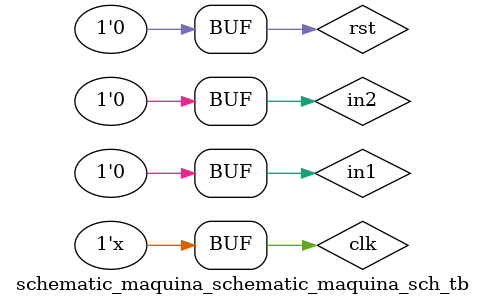
<source format=v>

`timescale 1ns / 1ps

module schematic_maquina_schematic_maquina_sch_tb;

// Inputs
	reg clk;
	reg rst;
	reg in1;
	reg in2;

	// Outputs
	wire out1;
	wire out2;

	// Instantiate the Unit Under Test (UUT)
	schematic_maquina UUT(
		.clk(clk), 
		.rst(rst), 
		.in1(in1), 
		.in2(in2), 
		.out1(out1), 
		.out2(out2)
	);
	always #50 clk = ~clk;
	initial begin
		// Initialize Inputs
		clk = 0;
		rst = 0;
		
		in1 = 0;
		in2 = 1;
		
		#100;
		in1 = 1;
		in2 = 0;
		
		#50;
		in1 = 1;
		in2 = 1;

		#50;
		in1 = 0;
		in2 = 0;
		
		end		
endmodule
</source>
